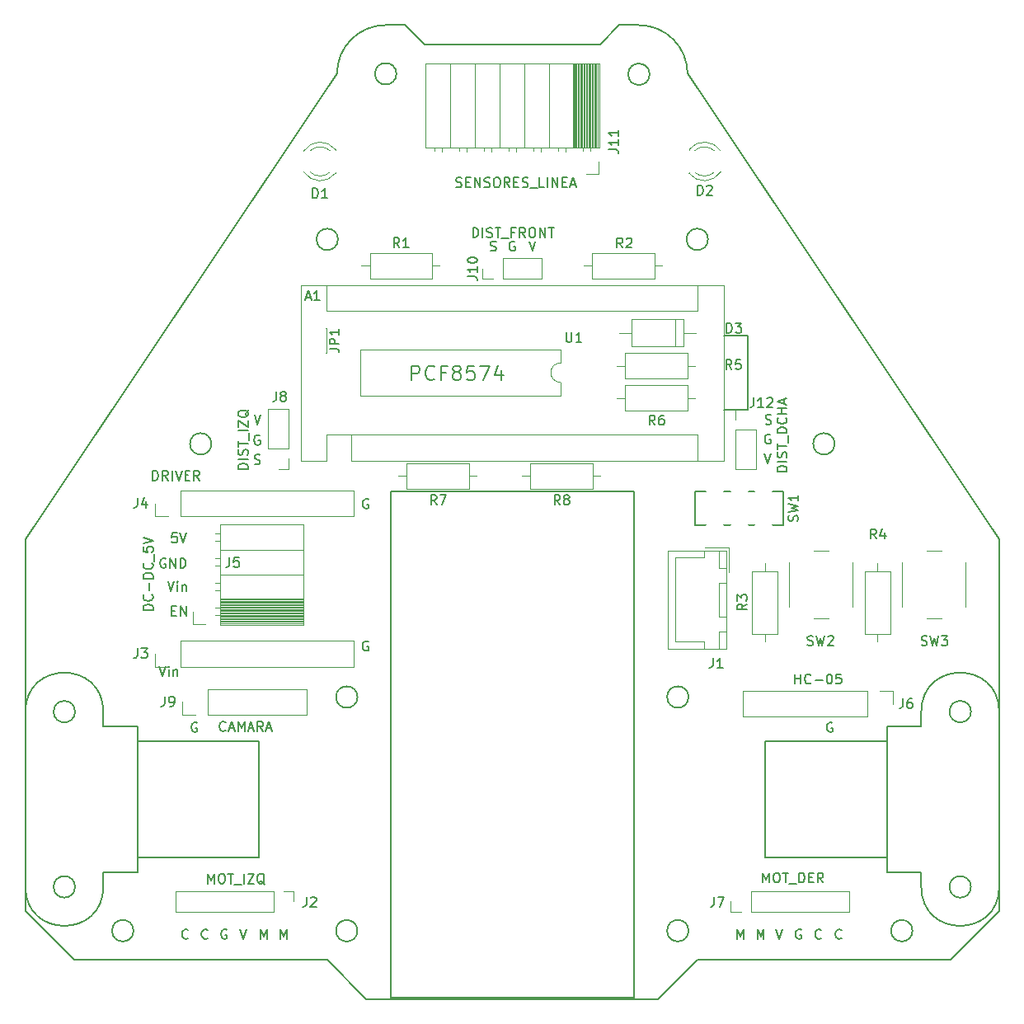
<source format=gto>
G04 #@! TF.FileFunction,Legend,Top*
%FSLAX46Y46*%
G04 Gerber Fmt 4.6, Leading zero omitted, Abs format (unit mm)*
G04 Created by KiCad (PCBNEW 4.0.6) date 11/28/17 13:46:57*
%MOMM*%
%LPD*%
G01*
G04 APERTURE LIST*
%ADD10C,0.100000*%
%ADD11C,0.200000*%
%ADD12C,0.150000*%
%ADD13C,0.120000*%
%ADD14R,2.000000X2.000000*%
%ADD15O,2.000000X2.000000*%
%ADD16R,2.100000X2.100000*%
%ADD17O,2.100000X2.100000*%
%ADD18R,2.200000X2.200000*%
%ADD19C,2.200000*%
%ADD20O,2.200000X2.200000*%
%ADD21R,2.150000X2.150000*%
%ADD22C,2.150000*%
%ADD23R,1.670000X1.370000*%
%ADD24C,2.000000*%
%ADD25C,1.800000*%
%ADD26R,2.000000X2.800000*%
%ADD27O,2.000000X2.800000*%
%ADD28C,2.400000*%
%ADD29R,1.750000X1.750000*%
%ADD30O,1.750000X1.750000*%
G04 APERTURE END LIST*
D10*
D11*
X39657144Y63521429D02*
X39657144Y65021429D01*
X40228572Y65021429D01*
X40371430Y64950000D01*
X40442858Y64878571D01*
X40514287Y64735714D01*
X40514287Y64521429D01*
X40442858Y64378571D01*
X40371430Y64307143D01*
X40228572Y64235714D01*
X39657144Y64235714D01*
X42014287Y63664286D02*
X41942858Y63592857D01*
X41728572Y63521429D01*
X41585715Y63521429D01*
X41371430Y63592857D01*
X41228572Y63735714D01*
X41157144Y63878571D01*
X41085715Y64164286D01*
X41085715Y64378571D01*
X41157144Y64664286D01*
X41228572Y64807143D01*
X41371430Y64950000D01*
X41585715Y65021429D01*
X41728572Y65021429D01*
X41942858Y64950000D01*
X42014287Y64878571D01*
X43157144Y64307143D02*
X42657144Y64307143D01*
X42657144Y63521429D02*
X42657144Y65021429D01*
X43371430Y65021429D01*
X44157144Y64378571D02*
X44014286Y64450000D01*
X43942858Y64521429D01*
X43871429Y64664286D01*
X43871429Y64735714D01*
X43942858Y64878571D01*
X44014286Y64950000D01*
X44157144Y65021429D01*
X44442858Y65021429D01*
X44585715Y64950000D01*
X44657144Y64878571D01*
X44728572Y64735714D01*
X44728572Y64664286D01*
X44657144Y64521429D01*
X44585715Y64450000D01*
X44442858Y64378571D01*
X44157144Y64378571D01*
X44014286Y64307143D01*
X43942858Y64235714D01*
X43871429Y64092857D01*
X43871429Y63807143D01*
X43942858Y63664286D01*
X44014286Y63592857D01*
X44157144Y63521429D01*
X44442858Y63521429D01*
X44585715Y63592857D01*
X44657144Y63664286D01*
X44728572Y63807143D01*
X44728572Y64092857D01*
X44657144Y64235714D01*
X44585715Y64307143D01*
X44442858Y64378571D01*
X46085715Y65021429D02*
X45371429Y65021429D01*
X45300000Y64307143D01*
X45371429Y64378571D01*
X45514286Y64450000D01*
X45871429Y64450000D01*
X46014286Y64378571D01*
X46085715Y64307143D01*
X46157143Y64164286D01*
X46157143Y63807143D01*
X46085715Y63664286D01*
X46014286Y63592857D01*
X45871429Y63521429D01*
X45514286Y63521429D01*
X45371429Y63592857D01*
X45300000Y63664286D01*
X46657143Y65021429D02*
X47657143Y65021429D01*
X47014286Y63521429D01*
X48871428Y64521429D02*
X48871428Y63521429D01*
X48514285Y65092857D02*
X48157142Y64021429D01*
X49085714Y64021429D01*
D12*
X61000000Y100000000D02*
X63000000Y100000000D01*
X37000000Y100000000D02*
X39000000Y100000000D01*
X59000000Y98000000D02*
X61000000Y100000000D01*
X41000000Y98000000D02*
X59000000Y98000000D01*
X39000000Y100000000D02*
X41000000Y98000000D01*
X100000000Y47200000D02*
X68000000Y95000000D01*
X68000000Y95000000D02*
G75*
G03X63000000Y100000000I-5000000J0D01*
G01*
X32000000Y95000000D02*
X0Y47200000D01*
X37000000Y100000000D02*
G75*
G03X32000000Y95000000I0J-5000000D01*
G01*
X83100000Y57000000D02*
G75*
G03X83100000Y57000000I-1100000J0D01*
G01*
X19100000Y57000000D02*
G75*
G03X19100000Y57000000I-1100000J0D01*
G01*
X70100000Y78000000D02*
G75*
G03X70100000Y78000000I-1100000J0D01*
G01*
X32100000Y78000000D02*
G75*
G03X32100000Y78000000I-1100000J0D01*
G01*
X74150000Y60500000D02*
X71750000Y60500000D01*
X74150000Y68100000D02*
X74150000Y60500000D01*
X71750000Y68100000D02*
X74150000Y68100000D01*
D11*
X13069048Y53247619D02*
X13069048Y54247619D01*
X13307143Y54247619D01*
X13450001Y54200000D01*
X13545239Y54104762D01*
X13592858Y54009524D01*
X13640477Y53819048D01*
X13640477Y53676190D01*
X13592858Y53485714D01*
X13545239Y53390476D01*
X13450001Y53295238D01*
X13307143Y53247619D01*
X13069048Y53247619D01*
X14640477Y53247619D02*
X14307143Y53723810D01*
X14069048Y53247619D02*
X14069048Y54247619D01*
X14450001Y54247619D01*
X14545239Y54200000D01*
X14592858Y54152381D01*
X14640477Y54057143D01*
X14640477Y53914286D01*
X14592858Y53819048D01*
X14545239Y53771429D01*
X14450001Y53723810D01*
X14069048Y53723810D01*
X15069048Y53247619D02*
X15069048Y54247619D01*
X15402381Y54247619D02*
X15735714Y53247619D01*
X16069048Y54247619D01*
X16402381Y53771429D02*
X16735715Y53771429D01*
X16878572Y53247619D02*
X16402381Y53247619D01*
X16402381Y54247619D01*
X16878572Y54247619D01*
X17878572Y53247619D02*
X17545238Y53723810D01*
X17307143Y53247619D02*
X17307143Y54247619D01*
X17688096Y54247619D01*
X17783334Y54200000D01*
X17830953Y54152381D01*
X17878572Y54057143D01*
X17878572Y53914286D01*
X17830953Y53819048D01*
X17783334Y53771429D01*
X17688096Y53723810D01*
X17307143Y53723810D01*
X47764286Y76845238D02*
X47907143Y76797619D01*
X48145239Y76797619D01*
X48240477Y76845238D01*
X48288096Y76892857D01*
X48335715Y76988095D01*
X48335715Y77083333D01*
X48288096Y77178571D01*
X48240477Y77226190D01*
X48145239Y77273810D01*
X47954762Y77321429D01*
X47859524Y77369048D01*
X47811905Y77416667D01*
X47764286Y77511905D01*
X47764286Y77607143D01*
X47811905Y77702381D01*
X47859524Y77750000D01*
X47954762Y77797619D01*
X48192858Y77797619D01*
X48335715Y77750000D01*
X50261905Y77750000D02*
X50166667Y77797619D01*
X50023810Y77797619D01*
X49880952Y77750000D01*
X49785714Y77654762D01*
X49738095Y77559524D01*
X49690476Y77369048D01*
X49690476Y77226190D01*
X49738095Y77035714D01*
X49785714Y76940476D01*
X49880952Y76845238D01*
X50023810Y76797619D01*
X50119048Y76797619D01*
X50261905Y76845238D01*
X50309524Y76892857D01*
X50309524Y77226190D01*
X50119048Y77226190D01*
X51716667Y77797619D02*
X52050000Y76797619D01*
X52383334Y77797619D01*
X75916667Y55997619D02*
X76250000Y54997619D01*
X76583334Y55997619D01*
X76511905Y57950000D02*
X76416667Y57997619D01*
X76273810Y57997619D01*
X76130952Y57950000D01*
X76035714Y57854762D01*
X75988095Y57759524D01*
X75940476Y57569048D01*
X75940476Y57426190D01*
X75988095Y57235714D01*
X76035714Y57140476D01*
X76130952Y57045238D01*
X76273810Y56997619D01*
X76369048Y56997619D01*
X76511905Y57045238D01*
X76559524Y57092857D01*
X76559524Y57426190D01*
X76369048Y57426190D01*
X76014286Y59045238D02*
X76157143Y58997619D01*
X76395239Y58997619D01*
X76490477Y59045238D01*
X76538096Y59092857D01*
X76585715Y59188095D01*
X76585715Y59283333D01*
X76538096Y59378571D01*
X76490477Y59426190D01*
X76395239Y59473810D01*
X76204762Y59521429D01*
X76109524Y59569048D01*
X76061905Y59616667D01*
X76014286Y59711905D01*
X76014286Y59807143D01*
X76061905Y59902381D01*
X76109524Y59950000D01*
X76204762Y59997619D01*
X76442858Y59997619D01*
X76585715Y59950000D01*
X23514286Y54945238D02*
X23657143Y54897619D01*
X23895239Y54897619D01*
X23990477Y54945238D01*
X24038096Y54992857D01*
X24085715Y55088095D01*
X24085715Y55183333D01*
X24038096Y55278571D01*
X23990477Y55326190D01*
X23895239Y55373810D01*
X23704762Y55421429D01*
X23609524Y55469048D01*
X23561905Y55516667D01*
X23514286Y55611905D01*
X23514286Y55707143D01*
X23561905Y55802381D01*
X23609524Y55850000D01*
X23704762Y55897619D01*
X23942858Y55897619D01*
X24085715Y55850000D01*
X23516667Y59997619D02*
X23850000Y58997619D01*
X24183334Y59997619D01*
X24061905Y57850000D02*
X23966667Y57897619D01*
X23823810Y57897619D01*
X23680952Y57850000D01*
X23585714Y57754762D01*
X23538095Y57659524D01*
X23490476Y57469048D01*
X23490476Y57326190D01*
X23538095Y57135714D01*
X23585714Y57040476D01*
X23680952Y56945238D01*
X23823810Y56897619D01*
X23919048Y56897619D01*
X24061905Y56945238D01*
X24109524Y56992857D01*
X24109524Y57326190D01*
X23919048Y57326190D01*
X82861905Y28350000D02*
X82766667Y28397619D01*
X82623810Y28397619D01*
X82480952Y28350000D01*
X82385714Y28254762D01*
X82338095Y28159524D01*
X82290476Y27969048D01*
X82290476Y27826190D01*
X82338095Y27635714D01*
X82385714Y27540476D01*
X82480952Y27445238D01*
X82623810Y27397619D01*
X82719048Y27397619D01*
X82861905Y27445238D01*
X82909524Y27492857D01*
X82909524Y27826190D01*
X82719048Y27826190D01*
X17611905Y28350000D02*
X17516667Y28397619D01*
X17373810Y28397619D01*
X17230952Y28350000D01*
X17135714Y28254762D01*
X17088095Y28159524D01*
X17040476Y27969048D01*
X17040476Y27826190D01*
X17088095Y27635714D01*
X17135714Y27540476D01*
X17230952Y27445238D01*
X17373810Y27397619D01*
X17469048Y27397619D01*
X17611905Y27445238D01*
X17659524Y27492857D01*
X17659524Y27826190D01*
X17469048Y27826190D01*
X13726191Y34147619D02*
X14059524Y33147619D01*
X14392858Y34147619D01*
X14726191Y33147619D02*
X14726191Y33814286D01*
X14726191Y34147619D02*
X14678572Y34100000D01*
X14726191Y34052381D01*
X14773810Y34100000D01*
X14726191Y34147619D01*
X14726191Y34052381D01*
X15202381Y33814286D02*
X15202381Y33147619D01*
X15202381Y33719048D02*
X15250000Y33766667D01*
X15345238Y33814286D01*
X15488096Y33814286D01*
X15583334Y33766667D01*
X15630953Y33671429D01*
X15630953Y33147619D01*
X35211905Y36700000D02*
X35116667Y36747619D01*
X34973810Y36747619D01*
X34830952Y36700000D01*
X34735714Y36604762D01*
X34688095Y36509524D01*
X34640476Y36319048D01*
X34640476Y36176190D01*
X34688095Y35985714D01*
X34735714Y35890476D01*
X34830952Y35795238D01*
X34973810Y35747619D01*
X35069048Y35747619D01*
X35211905Y35795238D01*
X35259524Y35842857D01*
X35259524Y36176190D01*
X35069048Y36176190D01*
X35211905Y51300000D02*
X35116667Y51347619D01*
X34973810Y51347619D01*
X34830952Y51300000D01*
X34735714Y51204762D01*
X34688095Y51109524D01*
X34640476Y50919048D01*
X34640476Y50776190D01*
X34688095Y50585714D01*
X34735714Y50490476D01*
X34830952Y50395238D01*
X34973810Y50347619D01*
X35069048Y50347619D01*
X35211905Y50395238D01*
X35259524Y50442857D01*
X35259524Y50776190D01*
X35069048Y50776190D01*
X15011905Y39871429D02*
X15345239Y39871429D01*
X15488096Y39347619D02*
X15011905Y39347619D01*
X15011905Y40347619D01*
X15488096Y40347619D01*
X15916667Y39347619D02*
X15916667Y40347619D01*
X16488096Y39347619D01*
X16488096Y40347619D01*
X14626191Y42847619D02*
X14959524Y41847619D01*
X15292858Y42847619D01*
X15626191Y41847619D02*
X15626191Y42514286D01*
X15626191Y42847619D02*
X15578572Y42800000D01*
X15626191Y42752381D01*
X15673810Y42800000D01*
X15626191Y42847619D01*
X15626191Y42752381D01*
X16102381Y42514286D02*
X16102381Y41847619D01*
X16102381Y42419048D02*
X16150000Y42466667D01*
X16245238Y42514286D01*
X16388096Y42514286D01*
X16483334Y42466667D01*
X16530953Y42371429D01*
X16530953Y41847619D01*
X15559524Y47847619D02*
X15083333Y47847619D01*
X15035714Y47371429D01*
X15083333Y47419048D01*
X15178571Y47466667D01*
X15416667Y47466667D01*
X15511905Y47419048D01*
X15559524Y47371429D01*
X15607143Y47276190D01*
X15607143Y47038095D01*
X15559524Y46942857D01*
X15511905Y46895238D01*
X15416667Y46847619D01*
X15178571Y46847619D01*
X15083333Y46895238D01*
X15035714Y46942857D01*
X15892857Y47847619D02*
X16226190Y46847619D01*
X16559524Y47847619D01*
X14388096Y45200000D02*
X14292858Y45247619D01*
X14150001Y45247619D01*
X14007143Y45200000D01*
X13911905Y45104762D01*
X13864286Y45009524D01*
X13816667Y44819048D01*
X13816667Y44676190D01*
X13864286Y44485714D01*
X13911905Y44390476D01*
X14007143Y44295238D01*
X14150001Y44247619D01*
X14245239Y44247619D01*
X14388096Y44295238D01*
X14435715Y44342857D01*
X14435715Y44676190D01*
X14245239Y44676190D01*
X14864286Y44247619D02*
X14864286Y45247619D01*
X15435715Y44247619D01*
X15435715Y45247619D01*
X15911905Y44247619D02*
X15911905Y45247619D01*
X16150000Y45247619D01*
X16292858Y45200000D01*
X16388096Y45104762D01*
X16435715Y45009524D01*
X16483334Y44819048D01*
X16483334Y44676190D01*
X16435715Y44485714D01*
X16388096Y44390476D01*
X16292858Y44295238D01*
X16150000Y44247619D01*
X15911905Y44247619D01*
X79661905Y7100000D02*
X79566667Y7147619D01*
X79423810Y7147619D01*
X79280952Y7100000D01*
X79185714Y7004762D01*
X79138095Y6909524D01*
X79090476Y6719048D01*
X79090476Y6576190D01*
X79138095Y6385714D01*
X79185714Y6290476D01*
X79280952Y6195238D01*
X79423810Y6147619D01*
X79519048Y6147619D01*
X79661905Y6195238D01*
X79709524Y6242857D01*
X79709524Y6576190D01*
X79519048Y6576190D01*
X81709524Y6242857D02*
X81661905Y6195238D01*
X81519048Y6147619D01*
X81423810Y6147619D01*
X81280952Y6195238D01*
X81185714Y6290476D01*
X81138095Y6385714D01*
X81090476Y6576190D01*
X81090476Y6719048D01*
X81138095Y6909524D01*
X81185714Y7004762D01*
X81280952Y7100000D01*
X81423810Y7147619D01*
X81519048Y7147619D01*
X81661905Y7100000D01*
X81709524Y7052381D01*
X83809524Y6242857D02*
X83761905Y6195238D01*
X83619048Y6147619D01*
X83523810Y6147619D01*
X83380952Y6195238D01*
X83285714Y6290476D01*
X83238095Y6385714D01*
X83190476Y6576190D01*
X83190476Y6719048D01*
X83238095Y6909524D01*
X83285714Y7004762D01*
X83380952Y7100000D01*
X83523810Y7147619D01*
X83619048Y7147619D01*
X83761905Y7100000D01*
X83809524Y7052381D01*
X77066667Y7147619D02*
X77400000Y6147619D01*
X77733334Y7147619D01*
X75166667Y6147619D02*
X75166667Y7147619D01*
X75500001Y6433333D01*
X75833334Y7147619D01*
X75833334Y6147619D01*
X73066667Y6147619D02*
X73066667Y7147619D01*
X73400001Y6433333D01*
X73733334Y7147619D01*
X73733334Y6147619D01*
X18709524Y6242857D02*
X18661905Y6195238D01*
X18519048Y6147619D01*
X18423810Y6147619D01*
X18280952Y6195238D01*
X18185714Y6290476D01*
X18138095Y6385714D01*
X18090476Y6576190D01*
X18090476Y6719048D01*
X18138095Y6909524D01*
X18185714Y7004762D01*
X18280952Y7100000D01*
X18423810Y7147619D01*
X18519048Y7147619D01*
X18661905Y7100000D01*
X18709524Y7052381D01*
X20661905Y7100000D02*
X20566667Y7147619D01*
X20423810Y7147619D01*
X20280952Y7100000D01*
X20185714Y7004762D01*
X20138095Y6909524D01*
X20090476Y6719048D01*
X20090476Y6576190D01*
X20138095Y6385714D01*
X20185714Y6290476D01*
X20280952Y6195238D01*
X20423810Y6147619D01*
X20519048Y6147619D01*
X20661905Y6195238D01*
X20709524Y6242857D01*
X20709524Y6576190D01*
X20519048Y6576190D01*
X16709524Y6242857D02*
X16661905Y6195238D01*
X16519048Y6147619D01*
X16423810Y6147619D01*
X16280952Y6195238D01*
X16185714Y6290476D01*
X16138095Y6385714D01*
X16090476Y6576190D01*
X16090476Y6719048D01*
X16138095Y6909524D01*
X16185714Y7004762D01*
X16280952Y7100000D01*
X16423810Y7147619D01*
X16519048Y7147619D01*
X16661905Y7100000D01*
X16709524Y7052381D01*
X22066667Y7147619D02*
X22400000Y6147619D01*
X22733334Y7147619D01*
X26166667Y6147619D02*
X26166667Y7147619D01*
X26500001Y6433333D01*
X26833334Y7147619D01*
X26833334Y6147619D01*
X24166667Y6147619D02*
X24166667Y7147619D01*
X24500001Y6433333D01*
X24833334Y7147619D01*
X24833334Y6147619D01*
D12*
X64100000Y94950000D02*
G75*
G03X64100000Y94950000I-1100000J0D01*
G01*
X38100000Y95000000D02*
G75*
G03X38100000Y95000000I-1100000J0D01*
G01*
X34100000Y31000000D02*
G75*
G03X34100000Y31000000I-1100000J0D01*
G01*
X68100000Y31000000D02*
G75*
G03X68100000Y31000000I-1100000J0D01*
G01*
X68100000Y7000000D02*
G75*
G03X68100000Y7000000I-1100000J0D01*
G01*
X34100000Y7000000D02*
G75*
G03X34100000Y7000000I-1100000J0D01*
G01*
X91100000Y7000000D02*
G75*
G03X91100000Y7000000I-1100000J0D01*
G01*
X11100000Y7000000D02*
G75*
G03X11100000Y7000000I-1100000J0D01*
G01*
X95000000Y4000000D02*
X100000000Y9000000D01*
X69000000Y4000000D02*
X95000000Y4000000D01*
X65000000Y0D02*
X69000000Y4000000D01*
X35000000Y0D02*
X65000000Y0D01*
X5000000Y4000000D02*
X0Y9000000D01*
X31000000Y4000000D02*
X5000000Y4000000D01*
X35000000Y0D02*
X31000000Y4000000D01*
D11*
X37500000Y52100000D02*
X37500000Y100000D01*
X62500000Y52100000D02*
X37500000Y52100000D01*
X62500000Y100000D02*
X62500000Y52100000D01*
X37500000Y100000D02*
X62500000Y100000D01*
X76000000Y14500000D02*
X88500000Y14500000D01*
X76000000Y26500000D02*
X76000000Y14500000D01*
X88500000Y26500000D02*
X76000000Y26500000D01*
X24000000Y14500000D02*
X11500000Y14500000D01*
X24000000Y26500000D02*
X24000000Y14500000D01*
X11500000Y26500000D02*
X24000000Y26500000D01*
X92000000Y28000000D02*
X92000000Y29500000D01*
X88500000Y28000000D02*
X92000000Y28000000D01*
X88500000Y13000000D02*
X88500000Y28000000D01*
X92000000Y13000000D02*
X88500000Y13000000D01*
X92000000Y11500000D02*
X92000000Y13000000D01*
X92000000Y11500000D02*
G75*
G03X100000000Y11500000I4000000J0D01*
G01*
X100000000Y29500000D02*
G75*
G03X92000000Y29500000I-4000000J0D01*
G01*
X8000000Y28000000D02*
X8000000Y29500000D01*
X11500000Y28000000D02*
X8000000Y28000000D01*
X11500000Y13000000D02*
X11500000Y28000000D01*
X8000000Y13000000D02*
X11500000Y13000000D01*
X8000000Y11500000D02*
X8000000Y13000000D01*
X0Y11500000D02*
G75*
G03X8000000Y11500000I4000000J0D01*
G01*
X8000000Y29500000D02*
G75*
G03X0Y29500000I-4000000J0D01*
G01*
D12*
X97100000Y29500000D02*
G75*
G03X97100000Y29500000I-1100000J0D01*
G01*
X97100000Y11500000D02*
G75*
G03X97100000Y11500000I-1100000J0D01*
G01*
X5100000Y11500000D02*
G75*
G03X5100000Y11500000I-1100000J0D01*
G01*
X5100000Y29500000D02*
G75*
G03X5100000Y29500000I-1100000J0D01*
G01*
X0Y47200000D02*
X0Y9000000D01*
X100000000Y9000000D02*
X100000000Y47200000D01*
D13*
X33490000Y57930000D02*
X30950000Y57930000D01*
X30950000Y57930000D02*
X30950000Y55260000D01*
X33490000Y55260000D02*
X71720000Y55260000D01*
X28280000Y55260000D02*
X30950000Y55260000D01*
X30950000Y70630000D02*
X30950000Y73300000D01*
X30950000Y70630000D02*
X69050000Y70630000D01*
X69050000Y70630000D02*
X69050000Y73300000D01*
X33490000Y57930000D02*
X33490000Y55260000D01*
X33490000Y57930000D02*
X69050000Y57930000D01*
X69050000Y57930000D02*
X69050000Y55260000D01*
X71720000Y55260000D02*
X71720000Y73300000D01*
X71720000Y73300000D02*
X28280000Y73300000D01*
X28280000Y73300000D02*
X28280000Y55260000D01*
X15905931Y34100000D02*
X33745931Y34100000D01*
X33745931Y34100000D02*
X33745931Y36760000D01*
X33745931Y36760000D02*
X15905931Y36760000D01*
X15905931Y36760000D02*
X15905931Y34100000D01*
X14635931Y34100000D02*
X13305931Y34100000D01*
X13305931Y34100000D02*
X13305931Y35430000D01*
X28597665Y84921392D02*
G75*
G03X31830000Y84764484I1672335J1078608D01*
G01*
X28597665Y87078608D02*
G75*
G02X31830000Y87235516I1672335J-1078608D01*
G01*
X29228870Y84920163D02*
G75*
G03X31310961Y84920000I1041130J1079837D01*
G01*
X29228870Y87079837D02*
G75*
G02X31310961Y87080000I1041130J-1079837D01*
G01*
X31830000Y84764000D02*
X31830000Y84920000D01*
X31830000Y87080000D02*
X31830000Y87236000D01*
X71402335Y87078608D02*
G75*
G03X68170000Y87235516I-1672335J-1078608D01*
G01*
X71402335Y84921392D02*
G75*
G02X68170000Y84764484I-1672335J1078608D01*
G01*
X70771130Y87079837D02*
G75*
G03X68689039Y87080000I-1041130J-1079837D01*
G01*
X70771130Y84920163D02*
G75*
G02X68689039Y84920000I-1041130J1079837D01*
G01*
X68170000Y87236000D02*
X68170000Y87080000D01*
X68170000Y84920000D02*
X68170000Y84764000D01*
X67580000Y66990000D02*
X67580000Y69810000D01*
X67580000Y69810000D02*
X62260000Y69810000D01*
X62260000Y69810000D02*
X62260000Y66990000D01*
X62260000Y66990000D02*
X67580000Y66990000D01*
X68920000Y68400000D02*
X67580000Y68400000D01*
X60920000Y68400000D02*
X62260000Y68400000D01*
X66740000Y66990000D02*
X66740000Y69810000D01*
X71950000Y46050000D02*
X66000000Y46050000D01*
X66000000Y46050000D02*
X66000000Y35950000D01*
X66000000Y35950000D02*
X71950000Y35950000D01*
X71950000Y35950000D02*
X71950000Y46050000D01*
X71950000Y42750000D02*
X71200000Y42750000D01*
X71200000Y42750000D02*
X71200000Y39250000D01*
X71200000Y39250000D02*
X71950000Y39250000D01*
X71950000Y39250000D02*
X71950000Y42750000D01*
X71950000Y46050000D02*
X71200000Y46050000D01*
X71200000Y46050000D02*
X71200000Y44250000D01*
X71200000Y44250000D02*
X71950000Y44250000D01*
X71950000Y44250000D02*
X71950000Y46050000D01*
X71950000Y37750000D02*
X71200000Y37750000D01*
X71200000Y37750000D02*
X71200000Y35950000D01*
X71200000Y35950000D02*
X71950000Y35950000D01*
X71950000Y35950000D02*
X71950000Y37750000D01*
X69700000Y46050000D02*
X69700000Y45300000D01*
X69700000Y45300000D02*
X66750000Y45300000D01*
X66750000Y45300000D02*
X66750000Y41000000D01*
X69700000Y35950000D02*
X69700000Y36700000D01*
X69700000Y36700000D02*
X66750000Y36700000D01*
X66750000Y36700000D02*
X66750000Y41000000D01*
X72250000Y43850000D02*
X72250000Y46350000D01*
X72250000Y46350000D02*
X69750000Y46350000D01*
X29110000Y68870000D02*
X29110000Y66330000D01*
X30890000Y66330000D02*
X30890000Y68870000D01*
X30890000Y66330000D02*
X29110000Y66330000D01*
X29110000Y68870000D02*
X30890000Y68870000D01*
X35370000Y76610000D02*
X35370000Y73990000D01*
X35370000Y73990000D02*
X41790000Y73990000D01*
X41790000Y73990000D02*
X41790000Y76610000D01*
X41790000Y76610000D02*
X35370000Y76610000D01*
X34480000Y75300000D02*
X35370000Y75300000D01*
X42680000Y75300000D02*
X41790000Y75300000D01*
X64630000Y73990000D02*
X64630000Y76610000D01*
X64630000Y76610000D02*
X58210000Y76610000D01*
X58210000Y76610000D02*
X58210000Y73990000D01*
X58210000Y73990000D02*
X64630000Y73990000D01*
X65520000Y75300000D02*
X64630000Y75300000D01*
X57320000Y75300000D02*
X58210000Y75300000D01*
X74640000Y37510000D02*
X77260000Y37510000D01*
X77260000Y37510000D02*
X77260000Y43930000D01*
X77260000Y43930000D02*
X74640000Y43930000D01*
X74640000Y43930000D02*
X74640000Y37510000D01*
X75950000Y36620000D02*
X75950000Y37510000D01*
X75950000Y44820000D02*
X75950000Y43930000D01*
X86190000Y37510000D02*
X88810000Y37510000D01*
X88810000Y37510000D02*
X88810000Y43930000D01*
X88810000Y43930000D02*
X86190000Y43930000D01*
X86190000Y43930000D02*
X86190000Y37510000D01*
X87500000Y36620000D02*
X87500000Y37510000D01*
X87500000Y44820000D02*
X87500000Y43930000D01*
X61610000Y66310000D02*
X61610000Y63690000D01*
X61610000Y63690000D02*
X68030000Y63690000D01*
X68030000Y63690000D02*
X68030000Y66310000D01*
X68030000Y66310000D02*
X61610000Y66310000D01*
X60720000Y65000000D02*
X61610000Y65000000D01*
X68920000Y65000000D02*
X68030000Y65000000D01*
X68030000Y60390000D02*
X68030000Y63010000D01*
X68030000Y63010000D02*
X61610000Y63010000D01*
X61610000Y63010000D02*
X61610000Y60390000D01*
X61610000Y60390000D02*
X68030000Y60390000D01*
X68920000Y61700000D02*
X68030000Y61700000D01*
X60720000Y61700000D02*
X61610000Y61700000D01*
D11*
X77800000Y48650000D02*
X68800000Y48650000D01*
X68800000Y48650000D02*
X68800000Y52150000D01*
X68800000Y52150000D02*
X77800000Y52150000D01*
X77800000Y52150000D02*
X77800000Y48650000D01*
D13*
X54970000Y65310000D02*
X54970000Y66680000D01*
X54970000Y66680000D02*
X34410000Y66680000D01*
X34410000Y66680000D02*
X34410000Y61940000D01*
X34410000Y61940000D02*
X54970000Y61940000D01*
X54970000Y61940000D02*
X54970000Y63310000D01*
X54970000Y63310000D02*
G75*
G02X54970000Y65310000I0J1000000D01*
G01*
X84950000Y40300000D02*
X84950000Y44800000D01*
X80950000Y39050000D02*
X82450000Y39050000D01*
X78450000Y44800000D02*
X78450000Y40300000D01*
X82450000Y46050000D02*
X80950000Y46050000D01*
X96550000Y40300000D02*
X96550000Y44800000D01*
X92550000Y39050000D02*
X94050000Y39050000D01*
X90050000Y44800000D02*
X90050000Y40300000D01*
X94050000Y46050000D02*
X92550000Y46050000D01*
X15905931Y49550839D02*
X33745931Y49550839D01*
X33745931Y49550839D02*
X33745931Y52210839D01*
X33745931Y52210839D02*
X15905931Y52210839D01*
X15905931Y52210839D02*
X15905931Y49550839D01*
X14635931Y49550839D02*
X13305931Y49550839D01*
X13305931Y49550839D02*
X13305931Y50880839D01*
X19960000Y38430000D02*
X19960000Y41030000D01*
X19960000Y41030000D02*
X28590000Y41030000D01*
X28590000Y41030000D02*
X28590000Y38430000D01*
X28590000Y38430000D02*
X19960000Y38430000D01*
X19530000Y39380000D02*
X19960000Y39380000D01*
X19530000Y40140000D02*
X19960000Y40140000D01*
X19960000Y38610000D02*
X28590000Y38610000D01*
X19960000Y38730000D02*
X28590000Y38730000D01*
X19960000Y38850000D02*
X28590000Y38850000D01*
X19960000Y38970000D02*
X28590000Y38970000D01*
X19960000Y39090000D02*
X28590000Y39090000D01*
X19960000Y39210000D02*
X28590000Y39210000D01*
X19960000Y39330000D02*
X28590000Y39330000D01*
X19960000Y39450000D02*
X28590000Y39450000D01*
X19960000Y39570000D02*
X28590000Y39570000D01*
X19960000Y39690000D02*
X28590000Y39690000D01*
X19960000Y39810000D02*
X28590000Y39810000D01*
X19960000Y39930000D02*
X28590000Y39930000D01*
X19960000Y40050000D02*
X28590000Y40050000D01*
X19960000Y40170000D02*
X28590000Y40170000D01*
X19960000Y40290000D02*
X28590000Y40290000D01*
X19960000Y40410000D02*
X28590000Y40410000D01*
X19960000Y40530000D02*
X28590000Y40530000D01*
X19960000Y40650000D02*
X28590000Y40650000D01*
X19960000Y40770000D02*
X28590000Y40770000D01*
X19960000Y40890000D02*
X28590000Y40890000D01*
X19960000Y41010000D02*
X28590000Y41010000D01*
X19960000Y41130000D02*
X28590000Y41130000D01*
X19960000Y41030000D02*
X19960000Y43570000D01*
X19960000Y43570000D02*
X28590000Y43570000D01*
X28590000Y43570000D02*
X28590000Y41030000D01*
X28590000Y41030000D02*
X19960000Y41030000D01*
X19530000Y41920000D02*
X19960000Y41920000D01*
X19530000Y42680000D02*
X19960000Y42680000D01*
X19960000Y43570000D02*
X19960000Y46110000D01*
X19960000Y46110000D02*
X28590000Y46110000D01*
X28590000Y46110000D02*
X28590000Y43570000D01*
X28590000Y43570000D02*
X19960000Y43570000D01*
X19530000Y44460000D02*
X19960000Y44460000D01*
X19530000Y45220000D02*
X19960000Y45220000D01*
X19960000Y46110000D02*
X19960000Y48710000D01*
X19960000Y48710000D02*
X28590000Y48710000D01*
X28590000Y48710000D02*
X28590000Y46110000D01*
X28590000Y46110000D02*
X19960000Y46110000D01*
X19530000Y47000000D02*
X19960000Y47000000D01*
X19530000Y47760000D02*
X19960000Y47760000D01*
X18500000Y38490000D02*
X17230000Y38490000D01*
X17230000Y38490000D02*
X17230000Y39760000D01*
X86470000Y31630000D02*
X73710000Y31630000D01*
X73710000Y31630000D02*
X73710000Y28970000D01*
X73710000Y28970000D02*
X86470000Y28970000D01*
X86470000Y28970000D02*
X86470000Y31630000D01*
X87740000Y31630000D02*
X89070000Y31630000D01*
X89070000Y31630000D02*
X89070000Y30300000D01*
X18690000Y29170000D02*
X28910000Y29170000D01*
X28910000Y29170000D02*
X28910000Y31830000D01*
X28910000Y31830000D02*
X18690000Y31830000D01*
X18690000Y31830000D02*
X18690000Y29170000D01*
X17420000Y29170000D02*
X16090000Y29170000D01*
X16090000Y29170000D02*
X16090000Y30500000D01*
X25500000Y11060000D02*
X15440000Y11060000D01*
X15440000Y11060000D02*
X15440000Y8940000D01*
X15440000Y8940000D02*
X25500000Y8940000D01*
X25500000Y8940000D02*
X25500000Y11060000D01*
X26500000Y11060000D02*
X27560000Y11060000D01*
X27560000Y11060000D02*
X27560000Y10000000D01*
X74500000Y8940000D02*
X84560000Y8940000D01*
X84560000Y8940000D02*
X84560000Y11060000D01*
X84560000Y11060000D02*
X74500000Y11060000D01*
X74500000Y11060000D02*
X74500000Y8940000D01*
X73500000Y8940000D02*
X72440000Y8940000D01*
X72440000Y8940000D02*
X72440000Y10000000D01*
X27060000Y56500000D02*
X27060000Y60560000D01*
X27060000Y60560000D02*
X24940000Y60560000D01*
X24940000Y60560000D02*
X24940000Y56500000D01*
X24940000Y56500000D02*
X27060000Y56500000D01*
X27060000Y55500000D02*
X27060000Y54440000D01*
X27060000Y54440000D02*
X26000000Y54440000D01*
X49000000Y73940000D02*
X53060000Y73940000D01*
X53060000Y73940000D02*
X53060000Y76060000D01*
X53060000Y76060000D02*
X49000000Y76060000D01*
X49000000Y76060000D02*
X49000000Y73940000D01*
X48000000Y73940000D02*
X46940000Y73940000D01*
X46940000Y73940000D02*
X46940000Y75000000D01*
X72940000Y58500000D02*
X72940000Y54440000D01*
X72940000Y54440000D02*
X75060000Y54440000D01*
X75060000Y54440000D02*
X75060000Y58500000D01*
X75060000Y58500000D02*
X72940000Y58500000D01*
X72940000Y59500000D02*
X72940000Y60560000D01*
X72940000Y60560000D02*
X74000000Y60560000D01*
X58950000Y87460000D02*
X56350000Y87460000D01*
X56350000Y87460000D02*
X56350000Y96090000D01*
X56350000Y96090000D02*
X58950000Y96090000D01*
X58950000Y96090000D02*
X58950000Y87460000D01*
X58000000Y87030000D02*
X58000000Y87460000D01*
X57240000Y87030000D02*
X57240000Y87460000D01*
X58770000Y87460000D02*
X58770000Y96090000D01*
X58650000Y87460000D02*
X58650000Y96090000D01*
X58530000Y87460000D02*
X58530000Y96090000D01*
X58410000Y87460000D02*
X58410000Y96090000D01*
X58290000Y87460000D02*
X58290000Y96090000D01*
X58170000Y87460000D02*
X58170000Y96090000D01*
X58050000Y87460000D02*
X58050000Y96090000D01*
X57930000Y87460000D02*
X57930000Y96090000D01*
X57810000Y87460000D02*
X57810000Y96090000D01*
X57690000Y87460000D02*
X57690000Y96090000D01*
X57570000Y87460000D02*
X57570000Y96090000D01*
X57450000Y87460000D02*
X57450000Y96090000D01*
X57330000Y87460000D02*
X57330000Y96090000D01*
X57210000Y87460000D02*
X57210000Y96090000D01*
X57090000Y87460000D02*
X57090000Y96090000D01*
X56970000Y87460000D02*
X56970000Y96090000D01*
X56850000Y87460000D02*
X56850000Y96090000D01*
X56730000Y87460000D02*
X56730000Y96090000D01*
X56610000Y87460000D02*
X56610000Y96090000D01*
X56490000Y87460000D02*
X56490000Y96090000D01*
X56370000Y87460000D02*
X56370000Y96090000D01*
X56250000Y87460000D02*
X56250000Y96090000D01*
X56350000Y87460000D02*
X53810000Y87460000D01*
X53810000Y87460000D02*
X53810000Y96090000D01*
X53810000Y96090000D02*
X56350000Y96090000D01*
X56350000Y96090000D02*
X56350000Y87460000D01*
X55460000Y87030000D02*
X55460000Y87460000D01*
X54700000Y87030000D02*
X54700000Y87460000D01*
X53810000Y87460000D02*
X51270000Y87460000D01*
X51270000Y87460000D02*
X51270000Y96090000D01*
X51270000Y96090000D02*
X53810000Y96090000D01*
X53810000Y96090000D02*
X53810000Y87460000D01*
X52920000Y87030000D02*
X52920000Y87460000D01*
X52160000Y87030000D02*
X52160000Y87460000D01*
X51270000Y87460000D02*
X48730000Y87460000D01*
X48730000Y87460000D02*
X48730000Y96090000D01*
X48730000Y96090000D02*
X51270000Y96090000D01*
X51270000Y96090000D02*
X51270000Y87460000D01*
X50380000Y87030000D02*
X50380000Y87460000D01*
X49620000Y87030000D02*
X49620000Y87460000D01*
X48730000Y87460000D02*
X46190000Y87460000D01*
X46190000Y87460000D02*
X46190000Y96090000D01*
X46190000Y96090000D02*
X48730000Y96090000D01*
X48730000Y96090000D02*
X48730000Y87460000D01*
X47840000Y87030000D02*
X47840000Y87460000D01*
X47080000Y87030000D02*
X47080000Y87460000D01*
X46190000Y87460000D02*
X43650000Y87460000D01*
X43650000Y87460000D02*
X43650000Y96090000D01*
X43650000Y96090000D02*
X46190000Y96090000D01*
X46190000Y96090000D02*
X46190000Y87460000D01*
X45300000Y87030000D02*
X45300000Y87460000D01*
X44540000Y87030000D02*
X44540000Y87460000D01*
X43650000Y87460000D02*
X41050000Y87460000D01*
X41050000Y87460000D02*
X41050000Y96090000D01*
X41050000Y96090000D02*
X43650000Y96090000D01*
X43650000Y96090000D02*
X43650000Y87460000D01*
X42760000Y87030000D02*
X42760000Y87460000D01*
X42000000Y87030000D02*
X42000000Y87460000D01*
X58890000Y86000000D02*
X58890000Y84730000D01*
X58890000Y84730000D02*
X57620000Y84730000D01*
X45530000Y52390000D02*
X45530000Y55010000D01*
X45530000Y55010000D02*
X39110000Y55010000D01*
X39110000Y55010000D02*
X39110000Y52390000D01*
X39110000Y52390000D02*
X45530000Y52390000D01*
X46420000Y53700000D02*
X45530000Y53700000D01*
X38220000Y53700000D02*
X39110000Y53700000D01*
X58290000Y52390000D02*
X58290000Y55010000D01*
X58290000Y55010000D02*
X51870000Y55010000D01*
X51870000Y55010000D02*
X51870000Y52390000D01*
X51870000Y52390000D02*
X58290000Y52390000D01*
X59180000Y53700000D02*
X58290000Y53700000D01*
X50980000Y53700000D02*
X51870000Y53700000D01*
D12*
X28785714Y72033333D02*
X29261905Y72033333D01*
X28690476Y71747619D02*
X29023809Y72747619D01*
X29357143Y71747619D01*
X30214286Y71747619D02*
X29642857Y71747619D01*
X29928571Y71747619D02*
X29928571Y72747619D01*
X29833333Y72604762D01*
X29738095Y72509524D01*
X29642857Y72461905D01*
X11516667Y35996780D02*
X11516667Y35282494D01*
X11469047Y35139637D01*
X11373809Y35044399D01*
X11230952Y34996780D01*
X11135714Y34996780D01*
X11897619Y35996780D02*
X12516667Y35996780D01*
X12183333Y35615828D01*
X12326191Y35615828D01*
X12421429Y35568209D01*
X12469048Y35520590D01*
X12516667Y35425351D01*
X12516667Y35187256D01*
X12469048Y35092018D01*
X12421429Y35044399D01*
X12326191Y34996780D01*
X12040476Y34996780D01*
X11945238Y35044399D01*
X11897619Y35092018D01*
X29501905Y82247619D02*
X29501905Y83247619D01*
X29740000Y83247619D01*
X29882858Y83200000D01*
X29978096Y83104762D01*
X30025715Y83009524D01*
X30073334Y82819048D01*
X30073334Y82676190D01*
X30025715Y82485714D01*
X29978096Y82390476D01*
X29882858Y82295238D01*
X29740000Y82247619D01*
X29501905Y82247619D01*
X31025715Y82247619D02*
X30454286Y82247619D01*
X30740000Y82247619D02*
X30740000Y83247619D01*
X30644762Y83104762D01*
X30549524Y83009524D01*
X30454286Y82961905D01*
X69021905Y82547619D02*
X69021905Y83547619D01*
X69260000Y83547619D01*
X69402858Y83500000D01*
X69498096Y83404762D01*
X69545715Y83309524D01*
X69593334Y83119048D01*
X69593334Y82976190D01*
X69545715Y82785714D01*
X69498096Y82690476D01*
X69402858Y82595238D01*
X69260000Y82547619D01*
X69021905Y82547619D01*
X69974286Y83452381D02*
X70021905Y83500000D01*
X70117143Y83547619D01*
X70355239Y83547619D01*
X70450477Y83500000D01*
X70498096Y83452381D01*
X70545715Y83357143D01*
X70545715Y83261905D01*
X70498096Y83119048D01*
X69926667Y82547619D01*
X70545715Y82547619D01*
X72011905Y68397619D02*
X72011905Y69397619D01*
X72250000Y69397619D01*
X72392858Y69350000D01*
X72488096Y69254762D01*
X72535715Y69159524D01*
X72583334Y68969048D01*
X72583334Y68826190D01*
X72535715Y68635714D01*
X72488096Y68540476D01*
X72392858Y68445238D01*
X72250000Y68397619D01*
X72011905Y68397619D01*
X72916667Y69397619D02*
X73535715Y69397619D01*
X73202381Y69016667D01*
X73345239Y69016667D01*
X73440477Y68969048D01*
X73488096Y68921429D01*
X73535715Y68826190D01*
X73535715Y68588095D01*
X73488096Y68492857D01*
X73440477Y68445238D01*
X73345239Y68397619D01*
X73059524Y68397619D01*
X72964286Y68445238D01*
X72916667Y68492857D01*
X70616667Y34997619D02*
X70616667Y34283333D01*
X70569047Y34140476D01*
X70473809Y34045238D01*
X70330952Y33997619D01*
X70235714Y33997619D01*
X71616667Y33997619D02*
X71045238Y33997619D01*
X71330952Y33997619D02*
X71330952Y34997619D01*
X71235714Y34854762D01*
X71140476Y34759524D01*
X71045238Y34711905D01*
X31232381Y66766667D02*
X31946667Y66766667D01*
X32089524Y66719047D01*
X32184762Y66623809D01*
X32232381Y66480952D01*
X32232381Y66385714D01*
X32232381Y67242857D02*
X31232381Y67242857D01*
X31232381Y67623810D01*
X31280000Y67719048D01*
X31327619Y67766667D01*
X31422857Y67814286D01*
X31565714Y67814286D01*
X31660952Y67766667D01*
X31708571Y67719048D01*
X31756190Y67623810D01*
X31756190Y67242857D01*
X32232381Y68766667D02*
X32232381Y68195238D01*
X32232381Y68480952D02*
X31232381Y68480952D01*
X31375238Y68385714D01*
X31470476Y68290476D01*
X31518095Y68195238D01*
X38413334Y77157619D02*
X38080000Y77633810D01*
X37841905Y77157619D02*
X37841905Y78157619D01*
X38222858Y78157619D01*
X38318096Y78110000D01*
X38365715Y78062381D01*
X38413334Y77967143D01*
X38413334Y77824286D01*
X38365715Y77729048D01*
X38318096Y77681429D01*
X38222858Y77633810D01*
X37841905Y77633810D01*
X39365715Y77157619D02*
X38794286Y77157619D01*
X39080000Y77157619D02*
X39080000Y78157619D01*
X38984762Y78014762D01*
X38889524Y77919524D01*
X38794286Y77871905D01*
X61323334Y77147619D02*
X60990000Y77623810D01*
X60751905Y77147619D02*
X60751905Y78147619D01*
X61132858Y78147619D01*
X61228096Y78100000D01*
X61275715Y78052381D01*
X61323334Y77957143D01*
X61323334Y77814286D01*
X61275715Y77719048D01*
X61228096Y77671429D01*
X61132858Y77623810D01*
X60751905Y77623810D01*
X61704286Y78052381D02*
X61751905Y78100000D01*
X61847143Y78147619D01*
X62085239Y78147619D01*
X62180477Y78100000D01*
X62228096Y78052381D01*
X62275715Y77957143D01*
X62275715Y77861905D01*
X62228096Y77719048D01*
X61656667Y77147619D01*
X62275715Y77147619D01*
X74092381Y40553334D02*
X73616190Y40220000D01*
X74092381Y39981905D02*
X73092381Y39981905D01*
X73092381Y40362858D01*
X73140000Y40458096D01*
X73187619Y40505715D01*
X73282857Y40553334D01*
X73425714Y40553334D01*
X73520952Y40505715D01*
X73568571Y40458096D01*
X73616190Y40362858D01*
X73616190Y39981905D01*
X73092381Y40886667D02*
X73092381Y41505715D01*
X73473333Y41172381D01*
X73473333Y41315239D01*
X73520952Y41410477D01*
X73568571Y41458096D01*
X73663810Y41505715D01*
X73901905Y41505715D01*
X73997143Y41458096D01*
X74044762Y41410477D01*
X74092381Y41315239D01*
X74092381Y41029524D01*
X74044762Y40934286D01*
X73997143Y40886667D01*
X87383334Y47247619D02*
X87050000Y47723810D01*
X86811905Y47247619D02*
X86811905Y48247619D01*
X87192858Y48247619D01*
X87288096Y48200000D01*
X87335715Y48152381D01*
X87383334Y48057143D01*
X87383334Y47914286D01*
X87335715Y47819048D01*
X87288096Y47771429D01*
X87192858Y47723810D01*
X86811905Y47723810D01*
X88240477Y47914286D02*
X88240477Y47247619D01*
X88002381Y48295238D02*
X87764286Y47580952D01*
X88383334Y47580952D01*
X72533334Y64647619D02*
X72200000Y65123810D01*
X71961905Y64647619D02*
X71961905Y65647619D01*
X72342858Y65647619D01*
X72438096Y65600000D01*
X72485715Y65552381D01*
X72533334Y65457143D01*
X72533334Y65314286D01*
X72485715Y65219048D01*
X72438096Y65171429D01*
X72342858Y65123810D01*
X71961905Y65123810D01*
X73438096Y65647619D02*
X72961905Y65647619D01*
X72914286Y65171429D01*
X72961905Y65219048D01*
X73057143Y65266667D01*
X73295239Y65266667D01*
X73390477Y65219048D01*
X73438096Y65171429D01*
X73485715Y65076190D01*
X73485715Y64838095D01*
X73438096Y64742857D01*
X73390477Y64695238D01*
X73295239Y64647619D01*
X73057143Y64647619D01*
X72961905Y64695238D01*
X72914286Y64742857D01*
X64653334Y58937619D02*
X64320000Y59413810D01*
X64081905Y58937619D02*
X64081905Y59937619D01*
X64462858Y59937619D01*
X64558096Y59890000D01*
X64605715Y59842381D01*
X64653334Y59747143D01*
X64653334Y59604286D01*
X64605715Y59509048D01*
X64558096Y59461429D01*
X64462858Y59413810D01*
X64081905Y59413810D01*
X65510477Y59937619D02*
X65320000Y59937619D01*
X65224762Y59890000D01*
X65177143Y59842381D01*
X65081905Y59699524D01*
X65034286Y59509048D01*
X65034286Y59128095D01*
X65081905Y59032857D01*
X65129524Y58985238D01*
X65224762Y58937619D01*
X65415239Y58937619D01*
X65510477Y58985238D01*
X65558096Y59032857D01*
X65605715Y59128095D01*
X65605715Y59366190D01*
X65558096Y59461429D01*
X65510477Y59509048D01*
X65415239Y59556667D01*
X65224762Y59556667D01*
X65129524Y59509048D01*
X65081905Y59461429D01*
X65034286Y59366190D01*
X79304762Y49066667D02*
X79352381Y49209524D01*
X79352381Y49447620D01*
X79304762Y49542858D01*
X79257143Y49590477D01*
X79161905Y49638096D01*
X79066667Y49638096D01*
X78971429Y49590477D01*
X78923810Y49542858D01*
X78876190Y49447620D01*
X78828571Y49257143D01*
X78780952Y49161905D01*
X78733333Y49114286D01*
X78638095Y49066667D01*
X78542857Y49066667D01*
X78447619Y49114286D01*
X78400000Y49161905D01*
X78352381Y49257143D01*
X78352381Y49495239D01*
X78400000Y49638096D01*
X78352381Y49971429D02*
X79352381Y50209524D01*
X78638095Y50400001D01*
X79352381Y50590477D01*
X78352381Y50828572D01*
X79352381Y51733334D02*
X79352381Y51161905D01*
X79352381Y51447619D02*
X78352381Y51447619D01*
X78495238Y51352381D01*
X78590476Y51257143D01*
X78638095Y51161905D01*
X55538095Y68447619D02*
X55538095Y67638095D01*
X55585714Y67542857D01*
X55633333Y67495238D01*
X55728571Y67447619D01*
X55919048Y67447619D01*
X56014286Y67495238D01*
X56061905Y67542857D01*
X56109524Y67638095D01*
X56109524Y68447619D01*
X57109524Y67447619D02*
X56538095Y67447619D01*
X56823809Y67447619D02*
X56823809Y68447619D01*
X56728571Y68304762D01*
X56633333Y68209524D01*
X56538095Y68161905D01*
X80316667Y36345238D02*
X80459524Y36297619D01*
X80697620Y36297619D01*
X80792858Y36345238D01*
X80840477Y36392857D01*
X80888096Y36488095D01*
X80888096Y36583333D01*
X80840477Y36678571D01*
X80792858Y36726190D01*
X80697620Y36773810D01*
X80507143Y36821429D01*
X80411905Y36869048D01*
X80364286Y36916667D01*
X80316667Y37011905D01*
X80316667Y37107143D01*
X80364286Y37202381D01*
X80411905Y37250000D01*
X80507143Y37297619D01*
X80745239Y37297619D01*
X80888096Y37250000D01*
X81221429Y37297619D02*
X81459524Y36297619D01*
X81650001Y37011905D01*
X81840477Y36297619D01*
X82078572Y37297619D01*
X82411905Y37202381D02*
X82459524Y37250000D01*
X82554762Y37297619D01*
X82792858Y37297619D01*
X82888096Y37250000D01*
X82935715Y37202381D01*
X82983334Y37107143D01*
X82983334Y37011905D01*
X82935715Y36869048D01*
X82364286Y36297619D01*
X82983334Y36297619D01*
X92016667Y36345238D02*
X92159524Y36297619D01*
X92397620Y36297619D01*
X92492858Y36345238D01*
X92540477Y36392857D01*
X92588096Y36488095D01*
X92588096Y36583333D01*
X92540477Y36678571D01*
X92492858Y36726190D01*
X92397620Y36773810D01*
X92207143Y36821429D01*
X92111905Y36869048D01*
X92064286Y36916667D01*
X92016667Y37011905D01*
X92016667Y37107143D01*
X92064286Y37202381D01*
X92111905Y37250000D01*
X92207143Y37297619D01*
X92445239Y37297619D01*
X92588096Y37250000D01*
X92921429Y37297619D02*
X93159524Y36297619D01*
X93350001Y37011905D01*
X93540477Y36297619D01*
X93778572Y37297619D01*
X94064286Y37297619D02*
X94683334Y37297619D01*
X94350000Y36916667D01*
X94492858Y36916667D01*
X94588096Y36869048D01*
X94635715Y36821429D01*
X94683334Y36726190D01*
X94683334Y36488095D01*
X94635715Y36392857D01*
X94588096Y36345238D01*
X94492858Y36297619D01*
X94207143Y36297619D01*
X94111905Y36345238D01*
X94064286Y36392857D01*
X11516667Y51447619D02*
X11516667Y50733333D01*
X11469047Y50590476D01*
X11373809Y50495238D01*
X11230952Y50447619D01*
X11135714Y50447619D01*
X12421429Y51114286D02*
X12421429Y50447619D01*
X12183333Y51495238D02*
X11945238Y50780952D01*
X12564286Y50780952D01*
X20966667Y45347619D02*
X20966667Y44633333D01*
X20919047Y44490476D01*
X20823809Y44395238D01*
X20680952Y44347619D01*
X20585714Y44347619D01*
X21919048Y45347619D02*
X21442857Y45347619D01*
X21395238Y44871429D01*
X21442857Y44919048D01*
X21538095Y44966667D01*
X21776191Y44966667D01*
X21871429Y44919048D01*
X21919048Y44871429D01*
X21966667Y44776190D01*
X21966667Y44538095D01*
X21919048Y44442857D01*
X21871429Y44395238D01*
X21776191Y44347619D01*
X21538095Y44347619D01*
X21442857Y44395238D01*
X21395238Y44442857D01*
X13102381Y39933333D02*
X12102381Y39933333D01*
X12102381Y40171428D01*
X12150000Y40314286D01*
X12245238Y40409524D01*
X12340476Y40457143D01*
X12530952Y40504762D01*
X12673810Y40504762D01*
X12864286Y40457143D01*
X12959524Y40409524D01*
X13054762Y40314286D01*
X13102381Y40171428D01*
X13102381Y39933333D01*
X13007143Y41504762D02*
X13054762Y41457143D01*
X13102381Y41314286D01*
X13102381Y41219048D01*
X13054762Y41076190D01*
X12959524Y40980952D01*
X12864286Y40933333D01*
X12673810Y40885714D01*
X12530952Y40885714D01*
X12340476Y40933333D01*
X12245238Y40980952D01*
X12150000Y41076190D01*
X12102381Y41219048D01*
X12102381Y41314286D01*
X12150000Y41457143D01*
X12197619Y41504762D01*
X12721429Y41933333D02*
X12721429Y42695238D01*
X13102381Y43171428D02*
X12102381Y43171428D01*
X12102381Y43409523D01*
X12150000Y43552381D01*
X12245238Y43647619D01*
X12340476Y43695238D01*
X12530952Y43742857D01*
X12673810Y43742857D01*
X12864286Y43695238D01*
X12959524Y43647619D01*
X13054762Y43552381D01*
X13102381Y43409523D01*
X13102381Y43171428D01*
X13007143Y44742857D02*
X13054762Y44695238D01*
X13102381Y44552381D01*
X13102381Y44457143D01*
X13054762Y44314285D01*
X12959524Y44219047D01*
X12864286Y44171428D01*
X12673810Y44123809D01*
X12530952Y44123809D01*
X12340476Y44171428D01*
X12245238Y44219047D01*
X12150000Y44314285D01*
X12102381Y44457143D01*
X12102381Y44552381D01*
X12150000Y44695238D01*
X12197619Y44742857D01*
X13197619Y44933333D02*
X13197619Y45695238D01*
X12102381Y46409524D02*
X12102381Y45933333D01*
X12578571Y45885714D01*
X12530952Y45933333D01*
X12483333Y46028571D01*
X12483333Y46266667D01*
X12530952Y46361905D01*
X12578571Y46409524D01*
X12673810Y46457143D01*
X12911905Y46457143D01*
X13007143Y46409524D01*
X13054762Y46361905D01*
X13102381Y46266667D01*
X13102381Y46028571D01*
X13054762Y45933333D01*
X13007143Y45885714D01*
X12102381Y46742857D02*
X13102381Y47076190D01*
X12102381Y47409524D01*
X90116667Y30847619D02*
X90116667Y30133333D01*
X90069047Y29990476D01*
X89973809Y29895238D01*
X89830952Y29847619D01*
X89735714Y29847619D01*
X91021429Y30847619D02*
X90830952Y30847619D01*
X90735714Y30800000D01*
X90688095Y30752381D01*
X90592857Y30609524D01*
X90545238Y30419048D01*
X90545238Y30038095D01*
X90592857Y29942857D01*
X90640476Y29895238D01*
X90735714Y29847619D01*
X90926191Y29847619D01*
X91021429Y29895238D01*
X91069048Y29942857D01*
X91116667Y30038095D01*
X91116667Y30276190D01*
X91069048Y30371429D01*
X91021429Y30419048D01*
X90926191Y30466667D01*
X90735714Y30466667D01*
X90640476Y30419048D01*
X90592857Y30371429D01*
X90545238Y30276190D01*
X79042857Y32347619D02*
X79042857Y33347619D01*
X79042857Y32871429D02*
X79614286Y32871429D01*
X79614286Y32347619D02*
X79614286Y33347619D01*
X80661905Y32442857D02*
X80614286Y32395238D01*
X80471429Y32347619D01*
X80376191Y32347619D01*
X80233333Y32395238D01*
X80138095Y32490476D01*
X80090476Y32585714D01*
X80042857Y32776190D01*
X80042857Y32919048D01*
X80090476Y33109524D01*
X80138095Y33204762D01*
X80233333Y33300000D01*
X80376191Y33347619D01*
X80471429Y33347619D01*
X80614286Y33300000D01*
X80661905Y33252381D01*
X81090476Y32728571D02*
X81852381Y32728571D01*
X82519047Y33347619D02*
X82614286Y33347619D01*
X82709524Y33300000D01*
X82757143Y33252381D01*
X82804762Y33157143D01*
X82852381Y32966667D01*
X82852381Y32728571D01*
X82804762Y32538095D01*
X82757143Y32442857D01*
X82709524Y32395238D01*
X82614286Y32347619D01*
X82519047Y32347619D01*
X82423809Y32395238D01*
X82376190Y32442857D01*
X82328571Y32538095D01*
X82280952Y32728571D01*
X82280952Y32966667D01*
X82328571Y33157143D01*
X82376190Y33252381D01*
X82423809Y33300000D01*
X82519047Y33347619D01*
X83757143Y33347619D02*
X83280952Y33347619D01*
X83233333Y32871429D01*
X83280952Y32919048D01*
X83376190Y32966667D01*
X83614286Y32966667D01*
X83709524Y32919048D01*
X83757143Y32871429D01*
X83804762Y32776190D01*
X83804762Y32538095D01*
X83757143Y32442857D01*
X83709524Y32395238D01*
X83614286Y32347619D01*
X83376190Y32347619D01*
X83280952Y32395238D01*
X83233333Y32442857D01*
X14316667Y31047619D02*
X14316667Y30333333D01*
X14269047Y30190476D01*
X14173809Y30095238D01*
X14030952Y30047619D01*
X13935714Y30047619D01*
X14840476Y30047619D02*
X15030952Y30047619D01*
X15126191Y30095238D01*
X15173810Y30142857D01*
X15269048Y30285714D01*
X15316667Y30476190D01*
X15316667Y30857143D01*
X15269048Y30952381D01*
X15221429Y31000000D01*
X15126191Y31047619D01*
X14935714Y31047619D01*
X14840476Y31000000D01*
X14792857Y30952381D01*
X14745238Y30857143D01*
X14745238Y30619048D01*
X14792857Y30523810D01*
X14840476Y30476190D01*
X14935714Y30428571D01*
X15126191Y30428571D01*
X15221429Y30476190D01*
X15269048Y30523810D01*
X15316667Y30619048D01*
X20552381Y27592857D02*
X20504762Y27545238D01*
X20361905Y27497619D01*
X20266667Y27497619D01*
X20123809Y27545238D01*
X20028571Y27640476D01*
X19980952Y27735714D01*
X19933333Y27926190D01*
X19933333Y28069048D01*
X19980952Y28259524D01*
X20028571Y28354762D01*
X20123809Y28450000D01*
X20266667Y28497619D01*
X20361905Y28497619D01*
X20504762Y28450000D01*
X20552381Y28402381D01*
X20933333Y27783333D02*
X21409524Y27783333D01*
X20838095Y27497619D02*
X21171428Y28497619D01*
X21504762Y27497619D01*
X21838095Y27497619D02*
X21838095Y28497619D01*
X22171429Y27783333D01*
X22504762Y28497619D01*
X22504762Y27497619D01*
X22933333Y27783333D02*
X23409524Y27783333D01*
X22838095Y27497619D02*
X23171428Y28497619D01*
X23504762Y27497619D01*
X24409524Y27497619D02*
X24076190Y27973810D01*
X23838095Y27497619D02*
X23838095Y28497619D01*
X24219048Y28497619D01*
X24314286Y28450000D01*
X24361905Y28402381D01*
X24409524Y28307143D01*
X24409524Y28164286D01*
X24361905Y28069048D01*
X24314286Y28021429D01*
X24219048Y27973810D01*
X23838095Y27973810D01*
X24790476Y27783333D02*
X25266667Y27783333D01*
X24695238Y27497619D02*
X25028571Y28497619D01*
X25361905Y27497619D01*
X28866667Y10447619D02*
X28866667Y9733333D01*
X28819047Y9590476D01*
X28723809Y9495238D01*
X28580952Y9447619D01*
X28485714Y9447619D01*
X29295238Y10352381D02*
X29342857Y10400000D01*
X29438095Y10447619D01*
X29676191Y10447619D01*
X29771429Y10400000D01*
X29819048Y10352381D01*
X29866667Y10257143D01*
X29866667Y10161905D01*
X29819048Y10019048D01*
X29247619Y9447619D01*
X29866667Y9447619D01*
X18742857Y11847619D02*
X18742857Y12847619D01*
X19076191Y12133333D01*
X19409524Y12847619D01*
X19409524Y11847619D01*
X20076190Y12847619D02*
X20266667Y12847619D01*
X20361905Y12800000D01*
X20457143Y12704762D01*
X20504762Y12514286D01*
X20504762Y12180952D01*
X20457143Y11990476D01*
X20361905Y11895238D01*
X20266667Y11847619D01*
X20076190Y11847619D01*
X19980952Y11895238D01*
X19885714Y11990476D01*
X19838095Y12180952D01*
X19838095Y12514286D01*
X19885714Y12704762D01*
X19980952Y12800000D01*
X20076190Y12847619D01*
X20790476Y12847619D02*
X21361905Y12847619D01*
X21076190Y11847619D02*
X21076190Y12847619D01*
X21457143Y11752381D02*
X22219048Y11752381D01*
X22457143Y11847619D02*
X22457143Y12847619D01*
X22838095Y12847619D02*
X23504762Y12847619D01*
X22838095Y11847619D01*
X23504762Y11847619D01*
X24552381Y11752381D02*
X24457143Y11800000D01*
X24361905Y11895238D01*
X24219048Y12038095D01*
X24123809Y12085714D01*
X24028571Y12085714D01*
X24076190Y11847619D02*
X23980952Y11895238D01*
X23885714Y11990476D01*
X23838095Y12180952D01*
X23838095Y12514286D01*
X23885714Y12704762D01*
X23980952Y12800000D01*
X24076190Y12847619D01*
X24266667Y12847619D01*
X24361905Y12800000D01*
X24457143Y12704762D01*
X24504762Y12514286D01*
X24504762Y12180952D01*
X24457143Y11990476D01*
X24361905Y11895238D01*
X24266667Y11847619D01*
X24076190Y11847619D01*
X70716667Y10447619D02*
X70716667Y9733333D01*
X70669047Y9590476D01*
X70573809Y9495238D01*
X70430952Y9447619D01*
X70335714Y9447619D01*
X71097619Y10447619D02*
X71764286Y10447619D01*
X71335714Y9447619D01*
X75728571Y11947619D02*
X75728571Y12947619D01*
X76061905Y12233333D01*
X76395238Y12947619D01*
X76395238Y11947619D01*
X77061904Y12947619D02*
X77252381Y12947619D01*
X77347619Y12900000D01*
X77442857Y12804762D01*
X77490476Y12614286D01*
X77490476Y12280952D01*
X77442857Y12090476D01*
X77347619Y11995238D01*
X77252381Y11947619D01*
X77061904Y11947619D01*
X76966666Y11995238D01*
X76871428Y12090476D01*
X76823809Y12280952D01*
X76823809Y12614286D01*
X76871428Y12804762D01*
X76966666Y12900000D01*
X77061904Y12947619D01*
X77776190Y12947619D02*
X78347619Y12947619D01*
X78061904Y11947619D02*
X78061904Y12947619D01*
X78442857Y11852381D02*
X79204762Y11852381D01*
X79442857Y11947619D02*
X79442857Y12947619D01*
X79680952Y12947619D01*
X79823810Y12900000D01*
X79919048Y12804762D01*
X79966667Y12709524D01*
X80014286Y12519048D01*
X80014286Y12376190D01*
X79966667Y12185714D01*
X79919048Y12090476D01*
X79823810Y11995238D01*
X79680952Y11947619D01*
X79442857Y11947619D01*
X80442857Y12471429D02*
X80776191Y12471429D01*
X80919048Y11947619D02*
X80442857Y11947619D01*
X80442857Y12947619D01*
X80919048Y12947619D01*
X81919048Y11947619D02*
X81585714Y12423810D01*
X81347619Y11947619D02*
X81347619Y12947619D01*
X81728572Y12947619D01*
X81823810Y12900000D01*
X81871429Y12852381D01*
X81919048Y12757143D01*
X81919048Y12614286D01*
X81871429Y12519048D01*
X81823810Y12471429D01*
X81728572Y12423810D01*
X81347619Y12423810D01*
X25766667Y62347619D02*
X25766667Y61633333D01*
X25719047Y61490476D01*
X25623809Y61395238D01*
X25480952Y61347619D01*
X25385714Y61347619D01*
X26385714Y61919048D02*
X26290476Y61966667D01*
X26242857Y62014286D01*
X26195238Y62109524D01*
X26195238Y62157143D01*
X26242857Y62252381D01*
X26290476Y62300000D01*
X26385714Y62347619D01*
X26576191Y62347619D01*
X26671429Y62300000D01*
X26719048Y62252381D01*
X26766667Y62157143D01*
X26766667Y62109524D01*
X26719048Y62014286D01*
X26671429Y61966667D01*
X26576191Y61919048D01*
X26385714Y61919048D01*
X26290476Y61871429D01*
X26242857Y61823810D01*
X26195238Y61728571D01*
X26195238Y61538095D01*
X26242857Y61442857D01*
X26290476Y61395238D01*
X26385714Y61347619D01*
X26576191Y61347619D01*
X26671429Y61395238D01*
X26719048Y61442857D01*
X26766667Y61538095D01*
X26766667Y61728571D01*
X26719048Y61823810D01*
X26671429Y61871429D01*
X26576191Y61919048D01*
X22852381Y54423810D02*
X21852381Y54423810D01*
X21852381Y54661905D01*
X21900000Y54804763D01*
X21995238Y54900001D01*
X22090476Y54947620D01*
X22280952Y54995239D01*
X22423810Y54995239D01*
X22614286Y54947620D01*
X22709524Y54900001D01*
X22804762Y54804763D01*
X22852381Y54661905D01*
X22852381Y54423810D01*
X22852381Y55423810D02*
X21852381Y55423810D01*
X22804762Y55852381D02*
X22852381Y55995238D01*
X22852381Y56233334D01*
X22804762Y56328572D01*
X22757143Y56376191D01*
X22661905Y56423810D01*
X22566667Y56423810D01*
X22471429Y56376191D01*
X22423810Y56328572D01*
X22376190Y56233334D01*
X22328571Y56042857D01*
X22280952Y55947619D01*
X22233333Y55900000D01*
X22138095Y55852381D01*
X22042857Y55852381D01*
X21947619Y55900000D01*
X21900000Y55947619D01*
X21852381Y56042857D01*
X21852381Y56280953D01*
X21900000Y56423810D01*
X21852381Y56709524D02*
X21852381Y57280953D01*
X22852381Y56995238D02*
X21852381Y56995238D01*
X22947619Y57376191D02*
X22947619Y58138096D01*
X22852381Y58376191D02*
X21852381Y58376191D01*
X21852381Y58757143D02*
X21852381Y59423810D01*
X22852381Y58757143D01*
X22852381Y59423810D01*
X22947619Y60471429D02*
X22900000Y60376191D01*
X22804762Y60280953D01*
X22661905Y60138096D01*
X22614286Y60042857D01*
X22614286Y59947619D01*
X22852381Y59995238D02*
X22804762Y59900000D01*
X22709524Y59804762D01*
X22519048Y59757143D01*
X22185714Y59757143D01*
X21995238Y59804762D01*
X21900000Y59900000D01*
X21852381Y59995238D01*
X21852381Y60185715D01*
X21900000Y60280953D01*
X21995238Y60376191D01*
X22185714Y60423810D01*
X22519048Y60423810D01*
X22709524Y60376191D01*
X22804762Y60280953D01*
X22852381Y60185715D01*
X22852381Y59995238D01*
X45402381Y74190477D02*
X46116667Y74190477D01*
X46259524Y74142857D01*
X46354762Y74047619D01*
X46402381Y73904762D01*
X46402381Y73809524D01*
X46402381Y75190477D02*
X46402381Y74619048D01*
X46402381Y74904762D02*
X45402381Y74904762D01*
X45545238Y74809524D01*
X45640476Y74714286D01*
X45688095Y74619048D01*
X45402381Y75809524D02*
X45402381Y75904763D01*
X45450000Y76000001D01*
X45497619Y76047620D01*
X45592857Y76095239D01*
X45783333Y76142858D01*
X46021429Y76142858D01*
X46211905Y76095239D01*
X46307143Y76047620D01*
X46354762Y76000001D01*
X46402381Y75904763D01*
X46402381Y75809524D01*
X46354762Y75714286D01*
X46307143Y75666667D01*
X46211905Y75619048D01*
X46021429Y75571429D01*
X45783333Y75571429D01*
X45592857Y75619048D01*
X45497619Y75666667D01*
X45450000Y75714286D01*
X45402381Y75809524D01*
X45954762Y78197619D02*
X45954762Y79197619D01*
X46192857Y79197619D01*
X46335715Y79150000D01*
X46430953Y79054762D01*
X46478572Y78959524D01*
X46526191Y78769048D01*
X46526191Y78626190D01*
X46478572Y78435714D01*
X46430953Y78340476D01*
X46335715Y78245238D01*
X46192857Y78197619D01*
X45954762Y78197619D01*
X46954762Y78197619D02*
X46954762Y79197619D01*
X47383333Y78245238D02*
X47526190Y78197619D01*
X47764286Y78197619D01*
X47859524Y78245238D01*
X47907143Y78292857D01*
X47954762Y78388095D01*
X47954762Y78483333D01*
X47907143Y78578571D01*
X47859524Y78626190D01*
X47764286Y78673810D01*
X47573809Y78721429D01*
X47478571Y78769048D01*
X47430952Y78816667D01*
X47383333Y78911905D01*
X47383333Y79007143D01*
X47430952Y79102381D01*
X47478571Y79150000D01*
X47573809Y79197619D01*
X47811905Y79197619D01*
X47954762Y79150000D01*
X48240476Y79197619D02*
X48811905Y79197619D01*
X48526190Y78197619D02*
X48526190Y79197619D01*
X48907143Y78102381D02*
X49669048Y78102381D01*
X50240477Y78721429D02*
X49907143Y78721429D01*
X49907143Y78197619D02*
X49907143Y79197619D01*
X50383334Y79197619D01*
X51335715Y78197619D02*
X51002381Y78673810D01*
X50764286Y78197619D02*
X50764286Y79197619D01*
X51145239Y79197619D01*
X51240477Y79150000D01*
X51288096Y79102381D01*
X51335715Y79007143D01*
X51335715Y78864286D01*
X51288096Y78769048D01*
X51240477Y78721429D01*
X51145239Y78673810D01*
X50764286Y78673810D01*
X51954762Y79197619D02*
X52145239Y79197619D01*
X52240477Y79150000D01*
X52335715Y79054762D01*
X52383334Y78864286D01*
X52383334Y78530952D01*
X52335715Y78340476D01*
X52240477Y78245238D01*
X52145239Y78197619D01*
X51954762Y78197619D01*
X51859524Y78245238D01*
X51764286Y78340476D01*
X51716667Y78530952D01*
X51716667Y78864286D01*
X51764286Y79054762D01*
X51859524Y79150000D01*
X51954762Y79197619D01*
X52811905Y78197619D02*
X52811905Y79197619D01*
X53383334Y78197619D01*
X53383334Y79197619D01*
X53716667Y79197619D02*
X54288096Y79197619D01*
X54002381Y78197619D02*
X54002381Y79197619D01*
X74790477Y61747619D02*
X74790477Y61033333D01*
X74742857Y60890476D01*
X74647619Y60795238D01*
X74504762Y60747619D01*
X74409524Y60747619D01*
X75790477Y60747619D02*
X75219048Y60747619D01*
X75504762Y60747619D02*
X75504762Y61747619D01*
X75409524Y61604762D01*
X75314286Y61509524D01*
X75219048Y61461905D01*
X76171429Y61652381D02*
X76219048Y61700000D01*
X76314286Y61747619D01*
X76552382Y61747619D01*
X76647620Y61700000D01*
X76695239Y61652381D01*
X76742858Y61557143D01*
X76742858Y61461905D01*
X76695239Y61319048D01*
X76123810Y60747619D01*
X76742858Y60747619D01*
X78202381Y54159524D02*
X77202381Y54159524D01*
X77202381Y54397619D01*
X77250000Y54540477D01*
X77345238Y54635715D01*
X77440476Y54683334D01*
X77630952Y54730953D01*
X77773810Y54730953D01*
X77964286Y54683334D01*
X78059524Y54635715D01*
X78154762Y54540477D01*
X78202381Y54397619D01*
X78202381Y54159524D01*
X78202381Y55159524D02*
X77202381Y55159524D01*
X78154762Y55588095D02*
X78202381Y55730952D01*
X78202381Y55969048D01*
X78154762Y56064286D01*
X78107143Y56111905D01*
X78011905Y56159524D01*
X77916667Y56159524D01*
X77821429Y56111905D01*
X77773810Y56064286D01*
X77726190Y55969048D01*
X77678571Y55778571D01*
X77630952Y55683333D01*
X77583333Y55635714D01*
X77488095Y55588095D01*
X77392857Y55588095D01*
X77297619Y55635714D01*
X77250000Y55683333D01*
X77202381Y55778571D01*
X77202381Y56016667D01*
X77250000Y56159524D01*
X77202381Y56445238D02*
X77202381Y57016667D01*
X78202381Y56730952D02*
X77202381Y56730952D01*
X78297619Y57111905D02*
X78297619Y57873810D01*
X78202381Y58111905D02*
X77202381Y58111905D01*
X77202381Y58350000D01*
X77250000Y58492858D01*
X77345238Y58588096D01*
X77440476Y58635715D01*
X77630952Y58683334D01*
X77773810Y58683334D01*
X77964286Y58635715D01*
X78059524Y58588096D01*
X78154762Y58492858D01*
X78202381Y58350000D01*
X78202381Y58111905D01*
X78107143Y59683334D02*
X78154762Y59635715D01*
X78202381Y59492858D01*
X78202381Y59397620D01*
X78154762Y59254762D01*
X78059524Y59159524D01*
X77964286Y59111905D01*
X77773810Y59064286D01*
X77630952Y59064286D01*
X77440476Y59111905D01*
X77345238Y59159524D01*
X77250000Y59254762D01*
X77202381Y59397620D01*
X77202381Y59492858D01*
X77250000Y59635715D01*
X77297619Y59683334D01*
X78202381Y60111905D02*
X77202381Y60111905D01*
X77678571Y60111905D02*
X77678571Y60683334D01*
X78202381Y60683334D02*
X77202381Y60683334D01*
X77916667Y61111905D02*
X77916667Y61588096D01*
X78202381Y61016667D02*
X77202381Y61350000D01*
X78202381Y61683334D01*
X59902381Y87240477D02*
X60616667Y87240477D01*
X60759524Y87192857D01*
X60854762Y87097619D01*
X60902381Y86954762D01*
X60902381Y86859524D01*
X60902381Y88240477D02*
X60902381Y87669048D01*
X60902381Y87954762D02*
X59902381Y87954762D01*
X60045238Y87859524D01*
X60140476Y87764286D01*
X60188095Y87669048D01*
X60902381Y89192858D02*
X60902381Y88621429D01*
X60902381Y88907143D02*
X59902381Y88907143D01*
X60045238Y88811905D01*
X60140476Y88716667D01*
X60188095Y88621429D01*
X44230952Y83395238D02*
X44373809Y83347619D01*
X44611905Y83347619D01*
X44707143Y83395238D01*
X44754762Y83442857D01*
X44802381Y83538095D01*
X44802381Y83633333D01*
X44754762Y83728571D01*
X44707143Y83776190D01*
X44611905Y83823810D01*
X44421428Y83871429D01*
X44326190Y83919048D01*
X44278571Y83966667D01*
X44230952Y84061905D01*
X44230952Y84157143D01*
X44278571Y84252381D01*
X44326190Y84300000D01*
X44421428Y84347619D01*
X44659524Y84347619D01*
X44802381Y84300000D01*
X45230952Y83871429D02*
X45564286Y83871429D01*
X45707143Y83347619D02*
X45230952Y83347619D01*
X45230952Y84347619D01*
X45707143Y84347619D01*
X46135714Y83347619D02*
X46135714Y84347619D01*
X46707143Y83347619D01*
X46707143Y84347619D01*
X47135714Y83395238D02*
X47278571Y83347619D01*
X47516667Y83347619D01*
X47611905Y83395238D01*
X47659524Y83442857D01*
X47707143Y83538095D01*
X47707143Y83633333D01*
X47659524Y83728571D01*
X47611905Y83776190D01*
X47516667Y83823810D01*
X47326190Y83871429D01*
X47230952Y83919048D01*
X47183333Y83966667D01*
X47135714Y84061905D01*
X47135714Y84157143D01*
X47183333Y84252381D01*
X47230952Y84300000D01*
X47326190Y84347619D01*
X47564286Y84347619D01*
X47707143Y84300000D01*
X48326190Y84347619D02*
X48516667Y84347619D01*
X48611905Y84300000D01*
X48707143Y84204762D01*
X48754762Y84014286D01*
X48754762Y83680952D01*
X48707143Y83490476D01*
X48611905Y83395238D01*
X48516667Y83347619D01*
X48326190Y83347619D01*
X48230952Y83395238D01*
X48135714Y83490476D01*
X48088095Y83680952D01*
X48088095Y84014286D01*
X48135714Y84204762D01*
X48230952Y84300000D01*
X48326190Y84347619D01*
X49754762Y83347619D02*
X49421428Y83823810D01*
X49183333Y83347619D02*
X49183333Y84347619D01*
X49564286Y84347619D01*
X49659524Y84300000D01*
X49707143Y84252381D01*
X49754762Y84157143D01*
X49754762Y84014286D01*
X49707143Y83919048D01*
X49659524Y83871429D01*
X49564286Y83823810D01*
X49183333Y83823810D01*
X50183333Y83871429D02*
X50516667Y83871429D01*
X50659524Y83347619D02*
X50183333Y83347619D01*
X50183333Y84347619D01*
X50659524Y84347619D01*
X51040476Y83395238D02*
X51183333Y83347619D01*
X51421429Y83347619D01*
X51516667Y83395238D01*
X51564286Y83442857D01*
X51611905Y83538095D01*
X51611905Y83633333D01*
X51564286Y83728571D01*
X51516667Y83776190D01*
X51421429Y83823810D01*
X51230952Y83871429D01*
X51135714Y83919048D01*
X51088095Y83966667D01*
X51040476Y84061905D01*
X51040476Y84157143D01*
X51088095Y84252381D01*
X51135714Y84300000D01*
X51230952Y84347619D01*
X51469048Y84347619D01*
X51611905Y84300000D01*
X51802381Y83252381D02*
X52564286Y83252381D01*
X53278572Y83347619D02*
X52802381Y83347619D01*
X52802381Y84347619D01*
X53611905Y83347619D02*
X53611905Y84347619D01*
X54088095Y83347619D02*
X54088095Y84347619D01*
X54659524Y83347619D01*
X54659524Y84347619D01*
X55135714Y83871429D02*
X55469048Y83871429D01*
X55611905Y83347619D02*
X55135714Y83347619D01*
X55135714Y84347619D01*
X55611905Y84347619D01*
X55992857Y83633333D02*
X56469048Y83633333D01*
X55897619Y83347619D02*
X56230952Y84347619D01*
X56564286Y83347619D01*
X42233334Y50747619D02*
X41900000Y51223810D01*
X41661905Y50747619D02*
X41661905Y51747619D01*
X42042858Y51747619D01*
X42138096Y51700000D01*
X42185715Y51652381D01*
X42233334Y51557143D01*
X42233334Y51414286D01*
X42185715Y51319048D01*
X42138096Y51271429D01*
X42042858Y51223810D01*
X41661905Y51223810D01*
X42566667Y51747619D02*
X43233334Y51747619D01*
X42804762Y50747619D01*
X54913334Y50747619D02*
X54580000Y51223810D01*
X54341905Y50747619D02*
X54341905Y51747619D01*
X54722858Y51747619D01*
X54818096Y51700000D01*
X54865715Y51652381D01*
X54913334Y51557143D01*
X54913334Y51414286D01*
X54865715Y51319048D01*
X54818096Y51271429D01*
X54722858Y51223810D01*
X54341905Y51223810D01*
X55484762Y51319048D02*
X55389524Y51366667D01*
X55341905Y51414286D01*
X55294286Y51509524D01*
X55294286Y51557143D01*
X55341905Y51652381D01*
X55389524Y51700000D01*
X55484762Y51747619D01*
X55675239Y51747619D01*
X55770477Y51700000D01*
X55818096Y51652381D01*
X55865715Y51557143D01*
X55865715Y51509524D01*
X55818096Y51414286D01*
X55770477Y51366667D01*
X55675239Y51319048D01*
X55484762Y51319048D01*
X55389524Y51271429D01*
X55341905Y51223810D01*
X55294286Y51128571D01*
X55294286Y50938095D01*
X55341905Y50842857D01*
X55389524Y50795238D01*
X55484762Y50747619D01*
X55675239Y50747619D01*
X55770477Y50795238D01*
X55818096Y50842857D01*
X55865715Y50938095D01*
X55865715Y51128571D01*
X55818096Y51223810D01*
X55770477Y51271429D01*
X55675239Y51319048D01*
%LPC*%
D14*
X32220000Y56660000D03*
D15*
X65240000Y71900000D03*
X34760000Y56660000D03*
X62700000Y71900000D03*
X37300000Y56660000D03*
X60160000Y71900000D03*
X39840000Y56660000D03*
X57620000Y71900000D03*
X42380000Y56660000D03*
X55080000Y71900000D03*
X44920000Y56660000D03*
X52540000Y71900000D03*
X47460000Y56660000D03*
X50000000Y71900000D03*
X50000000Y56660000D03*
X47460000Y71900000D03*
X52540000Y56660000D03*
X44920000Y71900000D03*
X55080000Y56660000D03*
X42380000Y71900000D03*
X57620000Y56660000D03*
X39840000Y71900000D03*
X60160000Y56660000D03*
X37300000Y71900000D03*
X62700000Y56660000D03*
X34760000Y71900000D03*
X65240000Y56660000D03*
X32220000Y71900000D03*
X67780000Y56660000D03*
X67780000Y71900000D03*
D16*
X14635931Y35430000D03*
D17*
X17175931Y35430000D03*
X19715931Y35430000D03*
X22255931Y35430000D03*
X24795931Y35430000D03*
X27335931Y35430000D03*
X29875931Y35430000D03*
X32415931Y35430000D03*
D18*
X31540000Y86000000D03*
D19*
X29000000Y86000000D03*
D18*
X68460000Y86000000D03*
D19*
X71000000Y86000000D03*
D18*
X70000000Y68400000D03*
D20*
X59840000Y68400000D03*
D21*
X69500000Y43500000D03*
D22*
X69500000Y41000000D03*
X69500000Y38500000D03*
D23*
X30000000Y68240000D03*
X30000000Y66960000D03*
D24*
X33500000Y75300000D03*
D15*
X43660000Y75300000D03*
D24*
X66500000Y75300000D03*
D15*
X56340000Y75300000D03*
D24*
X75950000Y35640000D03*
D15*
X75950000Y45800000D03*
D24*
X87500000Y35640000D03*
D15*
X87500000Y45800000D03*
D24*
X59740000Y65000000D03*
D15*
X69900000Y65000000D03*
D24*
X69900000Y61700000D03*
D15*
X59740000Y61700000D03*
D25*
X75800000Y48600000D03*
X75800000Y52200000D03*
X73300000Y48600000D03*
X70800000Y48600000D03*
X70800000Y52200000D03*
X73300000Y52200000D03*
D26*
X53580000Y68120000D03*
D27*
X35800000Y60500000D03*
X51040000Y68120000D03*
X38340000Y60500000D03*
X48500000Y68120000D03*
X40880000Y60500000D03*
X45960000Y68120000D03*
X43420000Y60500000D03*
X43420000Y68120000D03*
X45960000Y60500000D03*
X40880000Y68120000D03*
X48500000Y60500000D03*
X38340000Y68120000D03*
X51040000Y60500000D03*
X35800000Y68120000D03*
X53580000Y60500000D03*
D28*
X83950000Y39300000D03*
X79450000Y39300000D03*
X83950000Y45800000D03*
X79450000Y45800000D03*
X95550000Y39300000D03*
X91050000Y39300000D03*
X95550000Y45800000D03*
X91050000Y45800000D03*
D16*
X14635931Y50880839D03*
D17*
X17175931Y50880839D03*
X19715931Y50880839D03*
X22255931Y50880839D03*
X24795931Y50880839D03*
X27335931Y50880839D03*
X29875931Y50880839D03*
X32415931Y50880839D03*
D16*
X18500000Y39760000D03*
D17*
X18500000Y42300000D03*
X18500000Y44840000D03*
X18500000Y47380000D03*
D16*
X87740000Y30300000D03*
D17*
X85200000Y30300000D03*
X82660000Y30300000D03*
X80120000Y30300000D03*
X77580000Y30300000D03*
X75040000Y30300000D03*
D16*
X17420000Y30500000D03*
D17*
X19960000Y30500000D03*
X22500000Y30500000D03*
X25040000Y30500000D03*
X27580000Y30500000D03*
D29*
X26500000Y10000000D03*
D30*
X24500000Y10000000D03*
X22500000Y10000000D03*
X20500000Y10000000D03*
X18500000Y10000000D03*
X16500000Y10000000D03*
D29*
X73500000Y10000000D03*
D30*
X75500000Y10000000D03*
X77500000Y10000000D03*
X79500000Y10000000D03*
X81500000Y10000000D03*
X83500000Y10000000D03*
D29*
X26000000Y55500000D03*
D30*
X26000000Y57500000D03*
X26000000Y59500000D03*
D29*
X48000000Y75000000D03*
D30*
X50000000Y75000000D03*
X52000000Y75000000D03*
D29*
X74000000Y59500000D03*
D30*
X74000000Y57500000D03*
X74000000Y55500000D03*
D16*
X57620000Y86000000D03*
D17*
X55080000Y86000000D03*
X52540000Y86000000D03*
X50000000Y86000000D03*
X47460000Y86000000D03*
X44920000Y86000000D03*
X42380000Y86000000D03*
D24*
X47400000Y53700000D03*
D15*
X37240000Y53700000D03*
D24*
X60160000Y53700000D03*
D15*
X50000000Y53700000D03*
M02*

</source>
